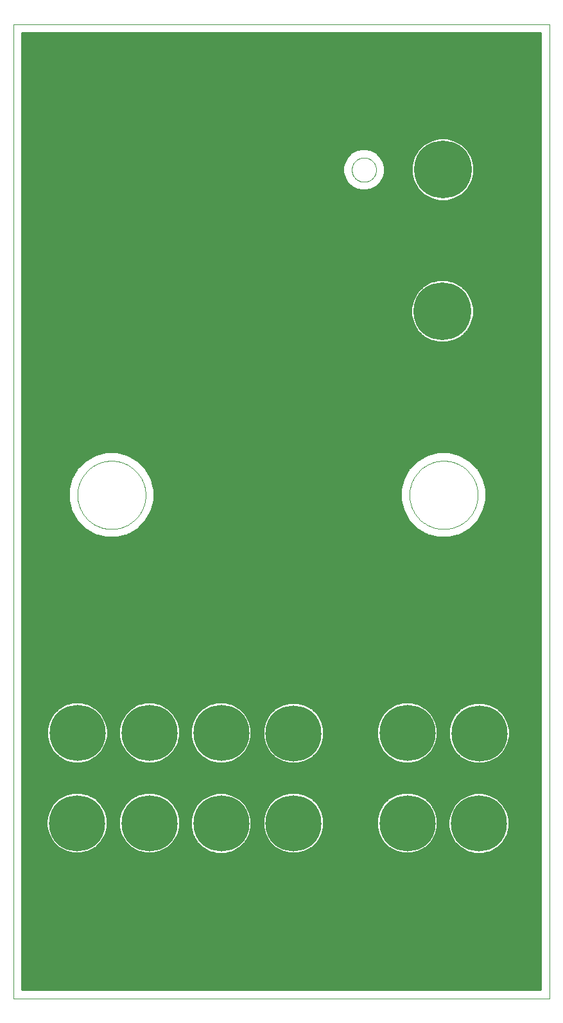
<source format=gbl>
G75*
%MOIN*%
%OFA0B0*%
%FSLAX25Y25*%
%IPPOS*%
%LPD*%
%AMOC8*
5,1,8,0,0,1.08239X$1,22.5*
%
%ADD10C,0.00039*%
%ADD11C,0.00000*%
%ADD12C,0.29984*%
%ADD13C,0.29098*%
%ADD14C,0.01200*%
D10*
X0003246Y0005215D02*
X0281543Y0005215D01*
X0281543Y0511120D01*
X0003246Y0511120D01*
X0003246Y0005215D01*
D11*
X0036464Y0266780D02*
X0036469Y0267215D01*
X0036485Y0267649D01*
X0036512Y0268083D01*
X0036549Y0268517D01*
X0036597Y0268949D01*
X0036656Y0269380D01*
X0036725Y0269809D01*
X0036804Y0270236D01*
X0036894Y0270662D01*
X0036995Y0271085D01*
X0037106Y0271505D01*
X0037227Y0271923D01*
X0037358Y0272337D01*
X0037500Y0272749D01*
X0037651Y0273156D01*
X0037813Y0273560D01*
X0037984Y0273960D01*
X0038165Y0274355D01*
X0038356Y0274746D01*
X0038556Y0275132D01*
X0038766Y0275513D01*
X0038985Y0275888D01*
X0039213Y0276259D01*
X0039450Y0276623D01*
X0039696Y0276982D01*
X0039951Y0277334D01*
X0040214Y0277680D01*
X0040486Y0278020D01*
X0040766Y0278352D01*
X0041054Y0278678D01*
X0041350Y0278997D01*
X0041653Y0279308D01*
X0041964Y0279611D01*
X0042283Y0279907D01*
X0042609Y0280195D01*
X0042941Y0280475D01*
X0043281Y0280747D01*
X0043627Y0281010D01*
X0043979Y0281265D01*
X0044338Y0281511D01*
X0044702Y0281748D01*
X0045073Y0281976D01*
X0045448Y0282195D01*
X0045829Y0282405D01*
X0046215Y0282605D01*
X0046606Y0282796D01*
X0047001Y0282977D01*
X0047401Y0283148D01*
X0047805Y0283310D01*
X0048212Y0283461D01*
X0048624Y0283603D01*
X0049038Y0283734D01*
X0049456Y0283855D01*
X0049876Y0283966D01*
X0050299Y0284067D01*
X0050725Y0284157D01*
X0051152Y0284236D01*
X0051581Y0284305D01*
X0052012Y0284364D01*
X0052444Y0284412D01*
X0052878Y0284449D01*
X0053312Y0284476D01*
X0053746Y0284492D01*
X0054181Y0284497D01*
X0054616Y0284492D01*
X0055050Y0284476D01*
X0055484Y0284449D01*
X0055918Y0284412D01*
X0056350Y0284364D01*
X0056781Y0284305D01*
X0057210Y0284236D01*
X0057637Y0284157D01*
X0058063Y0284067D01*
X0058486Y0283966D01*
X0058906Y0283855D01*
X0059324Y0283734D01*
X0059738Y0283603D01*
X0060150Y0283461D01*
X0060557Y0283310D01*
X0060961Y0283148D01*
X0061361Y0282977D01*
X0061756Y0282796D01*
X0062147Y0282605D01*
X0062533Y0282405D01*
X0062914Y0282195D01*
X0063289Y0281976D01*
X0063660Y0281748D01*
X0064024Y0281511D01*
X0064383Y0281265D01*
X0064735Y0281010D01*
X0065081Y0280747D01*
X0065421Y0280475D01*
X0065753Y0280195D01*
X0066079Y0279907D01*
X0066398Y0279611D01*
X0066709Y0279308D01*
X0067012Y0278997D01*
X0067308Y0278678D01*
X0067596Y0278352D01*
X0067876Y0278020D01*
X0068148Y0277680D01*
X0068411Y0277334D01*
X0068666Y0276982D01*
X0068912Y0276623D01*
X0069149Y0276259D01*
X0069377Y0275888D01*
X0069596Y0275513D01*
X0069806Y0275132D01*
X0070006Y0274746D01*
X0070197Y0274355D01*
X0070378Y0273960D01*
X0070549Y0273560D01*
X0070711Y0273156D01*
X0070862Y0272749D01*
X0071004Y0272337D01*
X0071135Y0271923D01*
X0071256Y0271505D01*
X0071367Y0271085D01*
X0071468Y0270662D01*
X0071558Y0270236D01*
X0071637Y0269809D01*
X0071706Y0269380D01*
X0071765Y0268949D01*
X0071813Y0268517D01*
X0071850Y0268083D01*
X0071877Y0267649D01*
X0071893Y0267215D01*
X0071898Y0266780D01*
X0071893Y0266345D01*
X0071877Y0265911D01*
X0071850Y0265477D01*
X0071813Y0265043D01*
X0071765Y0264611D01*
X0071706Y0264180D01*
X0071637Y0263751D01*
X0071558Y0263324D01*
X0071468Y0262898D01*
X0071367Y0262475D01*
X0071256Y0262055D01*
X0071135Y0261637D01*
X0071004Y0261223D01*
X0070862Y0260811D01*
X0070711Y0260404D01*
X0070549Y0260000D01*
X0070378Y0259600D01*
X0070197Y0259205D01*
X0070006Y0258814D01*
X0069806Y0258428D01*
X0069596Y0258047D01*
X0069377Y0257672D01*
X0069149Y0257301D01*
X0068912Y0256937D01*
X0068666Y0256578D01*
X0068411Y0256226D01*
X0068148Y0255880D01*
X0067876Y0255540D01*
X0067596Y0255208D01*
X0067308Y0254882D01*
X0067012Y0254563D01*
X0066709Y0254252D01*
X0066398Y0253949D01*
X0066079Y0253653D01*
X0065753Y0253365D01*
X0065421Y0253085D01*
X0065081Y0252813D01*
X0064735Y0252550D01*
X0064383Y0252295D01*
X0064024Y0252049D01*
X0063660Y0251812D01*
X0063289Y0251584D01*
X0062914Y0251365D01*
X0062533Y0251155D01*
X0062147Y0250955D01*
X0061756Y0250764D01*
X0061361Y0250583D01*
X0060961Y0250412D01*
X0060557Y0250250D01*
X0060150Y0250099D01*
X0059738Y0249957D01*
X0059324Y0249826D01*
X0058906Y0249705D01*
X0058486Y0249594D01*
X0058063Y0249493D01*
X0057637Y0249403D01*
X0057210Y0249324D01*
X0056781Y0249255D01*
X0056350Y0249196D01*
X0055918Y0249148D01*
X0055484Y0249111D01*
X0055050Y0249084D01*
X0054616Y0249068D01*
X0054181Y0249063D01*
X0053746Y0249068D01*
X0053312Y0249084D01*
X0052878Y0249111D01*
X0052444Y0249148D01*
X0052012Y0249196D01*
X0051581Y0249255D01*
X0051152Y0249324D01*
X0050725Y0249403D01*
X0050299Y0249493D01*
X0049876Y0249594D01*
X0049456Y0249705D01*
X0049038Y0249826D01*
X0048624Y0249957D01*
X0048212Y0250099D01*
X0047805Y0250250D01*
X0047401Y0250412D01*
X0047001Y0250583D01*
X0046606Y0250764D01*
X0046215Y0250955D01*
X0045829Y0251155D01*
X0045448Y0251365D01*
X0045073Y0251584D01*
X0044702Y0251812D01*
X0044338Y0252049D01*
X0043979Y0252295D01*
X0043627Y0252550D01*
X0043281Y0252813D01*
X0042941Y0253085D01*
X0042609Y0253365D01*
X0042283Y0253653D01*
X0041964Y0253949D01*
X0041653Y0254252D01*
X0041350Y0254563D01*
X0041054Y0254882D01*
X0040766Y0255208D01*
X0040486Y0255540D01*
X0040214Y0255880D01*
X0039951Y0256226D01*
X0039696Y0256578D01*
X0039450Y0256937D01*
X0039213Y0257301D01*
X0038985Y0257672D01*
X0038766Y0258047D01*
X0038556Y0258428D01*
X0038356Y0258814D01*
X0038165Y0259205D01*
X0037984Y0259600D01*
X0037813Y0260000D01*
X0037651Y0260404D01*
X0037500Y0260811D01*
X0037358Y0261223D01*
X0037227Y0261637D01*
X0037106Y0262055D01*
X0036995Y0262475D01*
X0036894Y0262898D01*
X0036804Y0263324D01*
X0036725Y0263751D01*
X0036656Y0264180D01*
X0036597Y0264611D01*
X0036549Y0265043D01*
X0036512Y0265477D01*
X0036485Y0265911D01*
X0036469Y0266345D01*
X0036464Y0266780D01*
X0178984Y0435677D02*
X0178986Y0435835D01*
X0178992Y0435993D01*
X0179002Y0436151D01*
X0179016Y0436309D01*
X0179034Y0436466D01*
X0179055Y0436623D01*
X0179081Y0436779D01*
X0179111Y0436935D01*
X0179144Y0437090D01*
X0179182Y0437243D01*
X0179223Y0437396D01*
X0179268Y0437548D01*
X0179317Y0437699D01*
X0179370Y0437848D01*
X0179426Y0437996D01*
X0179486Y0438142D01*
X0179550Y0438287D01*
X0179618Y0438430D01*
X0179689Y0438572D01*
X0179763Y0438712D01*
X0179841Y0438849D01*
X0179923Y0438985D01*
X0180007Y0439119D01*
X0180096Y0439250D01*
X0180187Y0439379D01*
X0180282Y0439506D01*
X0180379Y0439631D01*
X0180480Y0439753D01*
X0180584Y0439872D01*
X0180691Y0439989D01*
X0180801Y0440103D01*
X0180914Y0440214D01*
X0181029Y0440323D01*
X0181147Y0440428D01*
X0181268Y0440530D01*
X0181391Y0440630D01*
X0181517Y0440726D01*
X0181645Y0440819D01*
X0181775Y0440909D01*
X0181908Y0440995D01*
X0182043Y0441079D01*
X0182179Y0441158D01*
X0182318Y0441235D01*
X0182459Y0441307D01*
X0182601Y0441377D01*
X0182745Y0441442D01*
X0182891Y0441504D01*
X0183038Y0441562D01*
X0183187Y0441617D01*
X0183337Y0441668D01*
X0183488Y0441715D01*
X0183640Y0441758D01*
X0183793Y0441797D01*
X0183948Y0441833D01*
X0184103Y0441864D01*
X0184259Y0441892D01*
X0184415Y0441916D01*
X0184572Y0441936D01*
X0184730Y0441952D01*
X0184887Y0441964D01*
X0185046Y0441972D01*
X0185204Y0441976D01*
X0185362Y0441976D01*
X0185520Y0441972D01*
X0185679Y0441964D01*
X0185836Y0441952D01*
X0185994Y0441936D01*
X0186151Y0441916D01*
X0186307Y0441892D01*
X0186463Y0441864D01*
X0186618Y0441833D01*
X0186773Y0441797D01*
X0186926Y0441758D01*
X0187078Y0441715D01*
X0187229Y0441668D01*
X0187379Y0441617D01*
X0187528Y0441562D01*
X0187675Y0441504D01*
X0187821Y0441442D01*
X0187965Y0441377D01*
X0188107Y0441307D01*
X0188248Y0441235D01*
X0188387Y0441158D01*
X0188523Y0441079D01*
X0188658Y0440995D01*
X0188791Y0440909D01*
X0188921Y0440819D01*
X0189049Y0440726D01*
X0189175Y0440630D01*
X0189298Y0440530D01*
X0189419Y0440428D01*
X0189537Y0440323D01*
X0189652Y0440214D01*
X0189765Y0440103D01*
X0189875Y0439989D01*
X0189982Y0439872D01*
X0190086Y0439753D01*
X0190187Y0439631D01*
X0190284Y0439506D01*
X0190379Y0439379D01*
X0190470Y0439250D01*
X0190559Y0439119D01*
X0190643Y0438985D01*
X0190725Y0438849D01*
X0190803Y0438712D01*
X0190877Y0438572D01*
X0190948Y0438430D01*
X0191016Y0438287D01*
X0191080Y0438142D01*
X0191140Y0437996D01*
X0191196Y0437848D01*
X0191249Y0437699D01*
X0191298Y0437548D01*
X0191343Y0437396D01*
X0191384Y0437243D01*
X0191422Y0437090D01*
X0191455Y0436935D01*
X0191485Y0436779D01*
X0191511Y0436623D01*
X0191532Y0436466D01*
X0191550Y0436309D01*
X0191564Y0436151D01*
X0191574Y0435993D01*
X0191580Y0435835D01*
X0191582Y0435677D01*
X0191580Y0435519D01*
X0191574Y0435361D01*
X0191564Y0435203D01*
X0191550Y0435045D01*
X0191532Y0434888D01*
X0191511Y0434731D01*
X0191485Y0434575D01*
X0191455Y0434419D01*
X0191422Y0434264D01*
X0191384Y0434111D01*
X0191343Y0433958D01*
X0191298Y0433806D01*
X0191249Y0433655D01*
X0191196Y0433506D01*
X0191140Y0433358D01*
X0191080Y0433212D01*
X0191016Y0433067D01*
X0190948Y0432924D01*
X0190877Y0432782D01*
X0190803Y0432642D01*
X0190725Y0432505D01*
X0190643Y0432369D01*
X0190559Y0432235D01*
X0190470Y0432104D01*
X0190379Y0431975D01*
X0190284Y0431848D01*
X0190187Y0431723D01*
X0190086Y0431601D01*
X0189982Y0431482D01*
X0189875Y0431365D01*
X0189765Y0431251D01*
X0189652Y0431140D01*
X0189537Y0431031D01*
X0189419Y0430926D01*
X0189298Y0430824D01*
X0189175Y0430724D01*
X0189049Y0430628D01*
X0188921Y0430535D01*
X0188791Y0430445D01*
X0188658Y0430359D01*
X0188523Y0430275D01*
X0188387Y0430196D01*
X0188248Y0430119D01*
X0188107Y0430047D01*
X0187965Y0429977D01*
X0187821Y0429912D01*
X0187675Y0429850D01*
X0187528Y0429792D01*
X0187379Y0429737D01*
X0187229Y0429686D01*
X0187078Y0429639D01*
X0186926Y0429596D01*
X0186773Y0429557D01*
X0186618Y0429521D01*
X0186463Y0429490D01*
X0186307Y0429462D01*
X0186151Y0429438D01*
X0185994Y0429418D01*
X0185836Y0429402D01*
X0185679Y0429390D01*
X0185520Y0429382D01*
X0185362Y0429378D01*
X0185204Y0429378D01*
X0185046Y0429382D01*
X0184887Y0429390D01*
X0184730Y0429402D01*
X0184572Y0429418D01*
X0184415Y0429438D01*
X0184259Y0429462D01*
X0184103Y0429490D01*
X0183948Y0429521D01*
X0183793Y0429557D01*
X0183640Y0429596D01*
X0183488Y0429639D01*
X0183337Y0429686D01*
X0183187Y0429737D01*
X0183038Y0429792D01*
X0182891Y0429850D01*
X0182745Y0429912D01*
X0182601Y0429977D01*
X0182459Y0430047D01*
X0182318Y0430119D01*
X0182179Y0430196D01*
X0182043Y0430275D01*
X0181908Y0430359D01*
X0181775Y0430445D01*
X0181645Y0430535D01*
X0181517Y0430628D01*
X0181391Y0430724D01*
X0181268Y0430824D01*
X0181147Y0430926D01*
X0181029Y0431031D01*
X0180914Y0431140D01*
X0180801Y0431251D01*
X0180691Y0431365D01*
X0180584Y0431482D01*
X0180480Y0431601D01*
X0180379Y0431723D01*
X0180282Y0431848D01*
X0180187Y0431975D01*
X0180096Y0432104D01*
X0180007Y0432235D01*
X0179923Y0432369D01*
X0179841Y0432505D01*
X0179763Y0432642D01*
X0179689Y0432782D01*
X0179618Y0432924D01*
X0179550Y0433067D01*
X0179486Y0433212D01*
X0179426Y0433358D01*
X0179370Y0433506D01*
X0179317Y0433655D01*
X0179268Y0433806D01*
X0179223Y0433958D01*
X0179182Y0434111D01*
X0179144Y0434264D01*
X0179111Y0434419D01*
X0179081Y0434575D01*
X0179055Y0434731D01*
X0179034Y0434888D01*
X0179016Y0435045D01*
X0179002Y0435203D01*
X0178992Y0435361D01*
X0178986Y0435519D01*
X0178984Y0435677D01*
X0208905Y0266780D02*
X0208910Y0267215D01*
X0208926Y0267649D01*
X0208953Y0268083D01*
X0208990Y0268517D01*
X0209038Y0268949D01*
X0209097Y0269380D01*
X0209166Y0269809D01*
X0209245Y0270236D01*
X0209335Y0270662D01*
X0209436Y0271085D01*
X0209547Y0271505D01*
X0209668Y0271923D01*
X0209799Y0272337D01*
X0209941Y0272749D01*
X0210092Y0273156D01*
X0210254Y0273560D01*
X0210425Y0273960D01*
X0210606Y0274355D01*
X0210797Y0274746D01*
X0210997Y0275132D01*
X0211207Y0275513D01*
X0211426Y0275888D01*
X0211654Y0276259D01*
X0211891Y0276623D01*
X0212137Y0276982D01*
X0212392Y0277334D01*
X0212655Y0277680D01*
X0212927Y0278020D01*
X0213207Y0278352D01*
X0213495Y0278678D01*
X0213791Y0278997D01*
X0214094Y0279308D01*
X0214405Y0279611D01*
X0214724Y0279907D01*
X0215050Y0280195D01*
X0215382Y0280475D01*
X0215722Y0280747D01*
X0216068Y0281010D01*
X0216420Y0281265D01*
X0216779Y0281511D01*
X0217143Y0281748D01*
X0217514Y0281976D01*
X0217889Y0282195D01*
X0218270Y0282405D01*
X0218656Y0282605D01*
X0219047Y0282796D01*
X0219442Y0282977D01*
X0219842Y0283148D01*
X0220246Y0283310D01*
X0220653Y0283461D01*
X0221065Y0283603D01*
X0221479Y0283734D01*
X0221897Y0283855D01*
X0222317Y0283966D01*
X0222740Y0284067D01*
X0223166Y0284157D01*
X0223593Y0284236D01*
X0224022Y0284305D01*
X0224453Y0284364D01*
X0224885Y0284412D01*
X0225319Y0284449D01*
X0225753Y0284476D01*
X0226187Y0284492D01*
X0226622Y0284497D01*
X0227057Y0284492D01*
X0227491Y0284476D01*
X0227925Y0284449D01*
X0228359Y0284412D01*
X0228791Y0284364D01*
X0229222Y0284305D01*
X0229651Y0284236D01*
X0230078Y0284157D01*
X0230504Y0284067D01*
X0230927Y0283966D01*
X0231347Y0283855D01*
X0231765Y0283734D01*
X0232179Y0283603D01*
X0232591Y0283461D01*
X0232998Y0283310D01*
X0233402Y0283148D01*
X0233802Y0282977D01*
X0234197Y0282796D01*
X0234588Y0282605D01*
X0234974Y0282405D01*
X0235355Y0282195D01*
X0235730Y0281976D01*
X0236101Y0281748D01*
X0236465Y0281511D01*
X0236824Y0281265D01*
X0237176Y0281010D01*
X0237522Y0280747D01*
X0237862Y0280475D01*
X0238194Y0280195D01*
X0238520Y0279907D01*
X0238839Y0279611D01*
X0239150Y0279308D01*
X0239453Y0278997D01*
X0239749Y0278678D01*
X0240037Y0278352D01*
X0240317Y0278020D01*
X0240589Y0277680D01*
X0240852Y0277334D01*
X0241107Y0276982D01*
X0241353Y0276623D01*
X0241590Y0276259D01*
X0241818Y0275888D01*
X0242037Y0275513D01*
X0242247Y0275132D01*
X0242447Y0274746D01*
X0242638Y0274355D01*
X0242819Y0273960D01*
X0242990Y0273560D01*
X0243152Y0273156D01*
X0243303Y0272749D01*
X0243445Y0272337D01*
X0243576Y0271923D01*
X0243697Y0271505D01*
X0243808Y0271085D01*
X0243909Y0270662D01*
X0243999Y0270236D01*
X0244078Y0269809D01*
X0244147Y0269380D01*
X0244206Y0268949D01*
X0244254Y0268517D01*
X0244291Y0268083D01*
X0244318Y0267649D01*
X0244334Y0267215D01*
X0244339Y0266780D01*
X0244334Y0266345D01*
X0244318Y0265911D01*
X0244291Y0265477D01*
X0244254Y0265043D01*
X0244206Y0264611D01*
X0244147Y0264180D01*
X0244078Y0263751D01*
X0243999Y0263324D01*
X0243909Y0262898D01*
X0243808Y0262475D01*
X0243697Y0262055D01*
X0243576Y0261637D01*
X0243445Y0261223D01*
X0243303Y0260811D01*
X0243152Y0260404D01*
X0242990Y0260000D01*
X0242819Y0259600D01*
X0242638Y0259205D01*
X0242447Y0258814D01*
X0242247Y0258428D01*
X0242037Y0258047D01*
X0241818Y0257672D01*
X0241590Y0257301D01*
X0241353Y0256937D01*
X0241107Y0256578D01*
X0240852Y0256226D01*
X0240589Y0255880D01*
X0240317Y0255540D01*
X0240037Y0255208D01*
X0239749Y0254882D01*
X0239453Y0254563D01*
X0239150Y0254252D01*
X0238839Y0253949D01*
X0238520Y0253653D01*
X0238194Y0253365D01*
X0237862Y0253085D01*
X0237522Y0252813D01*
X0237176Y0252550D01*
X0236824Y0252295D01*
X0236465Y0252049D01*
X0236101Y0251812D01*
X0235730Y0251584D01*
X0235355Y0251365D01*
X0234974Y0251155D01*
X0234588Y0250955D01*
X0234197Y0250764D01*
X0233802Y0250583D01*
X0233402Y0250412D01*
X0232998Y0250250D01*
X0232591Y0250099D01*
X0232179Y0249957D01*
X0231765Y0249826D01*
X0231347Y0249705D01*
X0230927Y0249594D01*
X0230504Y0249493D01*
X0230078Y0249403D01*
X0229651Y0249324D01*
X0229222Y0249255D01*
X0228791Y0249196D01*
X0228359Y0249148D01*
X0227925Y0249111D01*
X0227491Y0249084D01*
X0227057Y0249068D01*
X0226622Y0249063D01*
X0226187Y0249068D01*
X0225753Y0249084D01*
X0225319Y0249111D01*
X0224885Y0249148D01*
X0224453Y0249196D01*
X0224022Y0249255D01*
X0223593Y0249324D01*
X0223166Y0249403D01*
X0222740Y0249493D01*
X0222317Y0249594D01*
X0221897Y0249705D01*
X0221479Y0249826D01*
X0221065Y0249957D01*
X0220653Y0250099D01*
X0220246Y0250250D01*
X0219842Y0250412D01*
X0219442Y0250583D01*
X0219047Y0250764D01*
X0218656Y0250955D01*
X0218270Y0251155D01*
X0217889Y0251365D01*
X0217514Y0251584D01*
X0217143Y0251812D01*
X0216779Y0252049D01*
X0216420Y0252295D01*
X0216068Y0252550D01*
X0215722Y0252813D01*
X0215382Y0253085D01*
X0215050Y0253365D01*
X0214724Y0253653D01*
X0214405Y0253949D01*
X0214094Y0254252D01*
X0213791Y0254563D01*
X0213495Y0254882D01*
X0213207Y0255208D01*
X0212927Y0255540D01*
X0212655Y0255880D01*
X0212392Y0256226D01*
X0212137Y0256578D01*
X0211891Y0256937D01*
X0211654Y0257301D01*
X0211426Y0257672D01*
X0211207Y0258047D01*
X0210997Y0258428D01*
X0210797Y0258814D01*
X0210606Y0259205D01*
X0210425Y0259600D01*
X0210254Y0260000D01*
X0210092Y0260404D01*
X0209941Y0260811D01*
X0209799Y0261223D01*
X0209668Y0261637D01*
X0209547Y0262055D01*
X0209436Y0262475D01*
X0209335Y0262898D01*
X0209245Y0263324D01*
X0209166Y0263751D01*
X0209097Y0264180D01*
X0209038Y0264611D01*
X0208990Y0265043D01*
X0208953Y0265477D01*
X0208926Y0265911D01*
X0208910Y0266345D01*
X0208905Y0266780D01*
D12*
X0226081Y0362104D03*
X0226278Y0435726D03*
D13*
X0207774Y0143207D03*
X0207774Y0096356D03*
X0244978Y0096159D03*
X0245175Y0143010D03*
X0148719Y0143010D03*
X0148719Y0096356D03*
X0111120Y0096159D03*
X0111120Y0143207D03*
X0073915Y0143207D03*
X0073915Y0096356D03*
X0036317Y0096356D03*
X0036514Y0143207D03*
D14*
X0029809Y0128661D02*
X0007866Y0128661D01*
X0007866Y0127463D02*
X0033648Y0127463D01*
X0034414Y0127257D02*
X0030358Y0128344D01*
X0026721Y0130444D01*
X0023751Y0133414D01*
X0021651Y0137051D01*
X0007866Y0137051D01*
X0007866Y0138249D02*
X0021330Y0138249D01*
X0021651Y0137051D02*
X0020565Y0141107D01*
X0020565Y0145306D01*
X0021651Y0149363D01*
X0023751Y0153000D01*
X0026721Y0155969D01*
X0030358Y0158069D01*
X0034414Y0159156D01*
X0038614Y0159156D01*
X0042670Y0158069D01*
X0046307Y0155969D01*
X0049276Y0153000D01*
X0051376Y0149363D01*
X0052463Y0145306D01*
X0052463Y0141107D01*
X0051376Y0137051D01*
X0059053Y0137051D01*
X0061153Y0133414D01*
X0064122Y0130444D01*
X0067759Y0128344D01*
X0071816Y0127257D01*
X0076015Y0127257D01*
X0080072Y0128344D01*
X0083708Y0130444D01*
X0086678Y0133414D01*
X0088778Y0137051D01*
X0096258Y0137051D01*
X0098358Y0133414D01*
X0101327Y0130444D01*
X0104964Y0128344D01*
X0109020Y0127257D01*
X0113220Y0127257D01*
X0117276Y0128344D01*
X0120913Y0130444D01*
X0123883Y0133414D01*
X0125982Y0137051D01*
X0133803Y0137051D01*
X0133856Y0136854D02*
X0135956Y0133217D01*
X0138925Y0130247D01*
X0142562Y0128148D01*
X0146619Y0127061D01*
X0150818Y0127061D01*
X0154875Y0128148D01*
X0158512Y0130247D01*
X0161481Y0133217D01*
X0163581Y0136854D01*
X0164668Y0140910D01*
X0164668Y0145110D01*
X0163581Y0149166D01*
X0161481Y0152803D01*
X0158512Y0155772D01*
X0154875Y0157872D01*
X0150818Y0158959D01*
X0146619Y0158959D01*
X0142562Y0157872D01*
X0138925Y0155772D01*
X0135956Y0152803D01*
X0133856Y0149166D01*
X0132769Y0145110D01*
X0132769Y0140910D01*
X0133856Y0136854D01*
X0134434Y0135852D02*
X0125291Y0135852D01*
X0125982Y0137051D02*
X0127069Y0141107D01*
X0127069Y0145306D01*
X0125982Y0149363D01*
X0123883Y0153000D01*
X0120913Y0155969D01*
X0117276Y0158069D01*
X0113220Y0159156D01*
X0109020Y0159156D01*
X0104964Y0158069D01*
X0101327Y0155969D01*
X0098358Y0153000D01*
X0096258Y0149363D01*
X0095171Y0145306D01*
X0095171Y0141107D01*
X0096258Y0137051D01*
X0095937Y0138249D02*
X0089099Y0138249D01*
X0088778Y0137051D02*
X0089865Y0141107D01*
X0089865Y0145306D01*
X0088778Y0149363D01*
X0086678Y0153000D01*
X0083708Y0155969D01*
X0080072Y0158069D01*
X0076015Y0159156D01*
X0071816Y0159156D01*
X0067759Y0158069D01*
X0064122Y0155969D01*
X0061153Y0153000D01*
X0059053Y0149363D01*
X0057966Y0145306D01*
X0057966Y0141107D01*
X0059053Y0137051D01*
X0058732Y0138249D02*
X0051697Y0138249D01*
X0051376Y0137051D02*
X0049276Y0133414D01*
X0046307Y0130444D01*
X0042670Y0128344D01*
X0038614Y0127257D01*
X0034414Y0127257D01*
X0039380Y0127463D02*
X0071050Y0127463D01*
X0067210Y0128661D02*
X0043219Y0128661D01*
X0045295Y0129860D02*
X0065135Y0129860D01*
X0063508Y0131058D02*
X0046921Y0131058D01*
X0048119Y0132257D02*
X0062310Y0132257D01*
X0061129Y0133455D02*
X0049300Y0133455D01*
X0049992Y0134654D02*
X0060437Y0134654D01*
X0059745Y0135852D02*
X0050684Y0135852D01*
X0052018Y0139448D02*
X0058411Y0139448D01*
X0058090Y0140646D02*
X0052340Y0140646D01*
X0052463Y0141845D02*
X0057966Y0141845D01*
X0057966Y0143043D02*
X0052463Y0143043D01*
X0052463Y0144242D02*
X0057966Y0144242D01*
X0058002Y0145440D02*
X0052427Y0145440D01*
X0052106Y0146639D02*
X0058323Y0146639D01*
X0058644Y0147837D02*
X0051785Y0147837D01*
X0051464Y0149036D02*
X0058965Y0149036D01*
X0059556Y0150234D02*
X0050873Y0150234D01*
X0050181Y0151433D02*
X0060248Y0151433D01*
X0060940Y0152631D02*
X0049489Y0152631D01*
X0048446Y0153830D02*
X0061983Y0153830D01*
X0063182Y0155028D02*
X0047248Y0155028D01*
X0045860Y0156227D02*
X0064569Y0156227D01*
X0066645Y0157426D02*
X0043784Y0157426D01*
X0040599Y0158624D02*
X0069831Y0158624D01*
X0078000Y0158624D02*
X0107035Y0158624D01*
X0103849Y0157426D02*
X0081186Y0157426D01*
X0083262Y0156227D02*
X0101773Y0156227D01*
X0100386Y0155028D02*
X0084649Y0155028D01*
X0085848Y0153830D02*
X0099188Y0153830D01*
X0098145Y0152631D02*
X0086891Y0152631D01*
X0087582Y0151433D02*
X0097453Y0151433D01*
X0096761Y0150234D02*
X0088274Y0150234D01*
X0088865Y0149036D02*
X0096170Y0149036D01*
X0095849Y0147837D02*
X0089186Y0147837D01*
X0089508Y0146639D02*
X0095528Y0146639D01*
X0095207Y0145440D02*
X0089829Y0145440D01*
X0089865Y0144242D02*
X0095171Y0144242D01*
X0095171Y0143043D02*
X0089865Y0143043D01*
X0089865Y0141845D02*
X0095171Y0141845D01*
X0095294Y0140646D02*
X0089741Y0140646D01*
X0089420Y0139448D02*
X0095615Y0139448D01*
X0096950Y0135852D02*
X0088086Y0135852D01*
X0087394Y0134654D02*
X0097642Y0134654D01*
X0098333Y0133455D02*
X0086702Y0133455D01*
X0085521Y0132257D02*
X0099514Y0132257D01*
X0100713Y0131058D02*
X0084323Y0131058D01*
X0082696Y0129860D02*
X0102339Y0129860D01*
X0104415Y0128661D02*
X0080620Y0128661D01*
X0076781Y0127463D02*
X0108254Y0127463D01*
X0113986Y0127463D02*
X0145118Y0127463D01*
X0141673Y0128661D02*
X0117825Y0128661D01*
X0119901Y0129860D02*
X0139597Y0129860D01*
X0138114Y0131058D02*
X0121527Y0131058D01*
X0122726Y0132257D02*
X0136916Y0132257D01*
X0135818Y0133455D02*
X0123907Y0133455D01*
X0124599Y0134654D02*
X0135126Y0134654D01*
X0133482Y0138249D02*
X0126304Y0138249D01*
X0126625Y0139448D02*
X0133161Y0139448D01*
X0132840Y0140646D02*
X0126946Y0140646D01*
X0127069Y0141845D02*
X0132769Y0141845D01*
X0132769Y0143043D02*
X0127069Y0143043D01*
X0127069Y0144242D02*
X0132769Y0144242D01*
X0132858Y0145440D02*
X0127033Y0145440D01*
X0126712Y0146639D02*
X0133179Y0146639D01*
X0133500Y0147837D02*
X0126391Y0147837D01*
X0126070Y0149036D02*
X0133821Y0149036D01*
X0134473Y0150234D02*
X0125479Y0150234D01*
X0124787Y0151433D02*
X0135165Y0151433D01*
X0135857Y0152631D02*
X0124095Y0152631D01*
X0123052Y0153830D02*
X0136983Y0153830D01*
X0138182Y0155028D02*
X0121854Y0155028D01*
X0120467Y0156227D02*
X0139713Y0156227D01*
X0141789Y0157426D02*
X0118391Y0157426D01*
X0115205Y0158624D02*
X0145368Y0158624D01*
X0152069Y0158624D02*
X0203689Y0158624D01*
X0205674Y0159156D02*
X0201617Y0158069D01*
X0197981Y0155969D01*
X0195011Y0153000D01*
X0192911Y0149363D01*
X0191824Y0145306D01*
X0191824Y0141107D01*
X0192911Y0137051D01*
X0163634Y0137051D01*
X0163955Y0138249D02*
X0192590Y0138249D01*
X0192911Y0137051D02*
X0195011Y0133414D01*
X0197981Y0130444D01*
X0201617Y0128344D01*
X0205674Y0127257D01*
X0209873Y0127257D01*
X0213930Y0128344D01*
X0217567Y0130444D01*
X0220536Y0133414D01*
X0222636Y0137051D01*
X0230260Y0137051D01*
X0230313Y0136854D02*
X0232413Y0133217D01*
X0235382Y0130247D01*
X0239019Y0128148D01*
X0243075Y0127061D01*
X0247275Y0127061D01*
X0251331Y0128148D01*
X0254968Y0130247D01*
X0257938Y0133217D01*
X0260037Y0136854D01*
X0261124Y0140910D01*
X0261124Y0145110D01*
X0260037Y0149166D01*
X0257938Y0152803D01*
X0254968Y0155772D01*
X0251331Y0157872D01*
X0247275Y0158959D01*
X0243075Y0158959D01*
X0239019Y0157872D01*
X0235382Y0155772D01*
X0232413Y0152803D01*
X0230313Y0149166D01*
X0229226Y0145110D01*
X0229226Y0140910D01*
X0230313Y0136854D01*
X0230891Y0135852D02*
X0221944Y0135852D01*
X0221252Y0134654D02*
X0231583Y0134654D01*
X0232275Y0133455D02*
X0220560Y0133455D01*
X0219379Y0132257D02*
X0233373Y0132257D01*
X0234571Y0131058D02*
X0218181Y0131058D01*
X0216554Y0129860D02*
X0236053Y0129860D01*
X0238129Y0128661D02*
X0214479Y0128661D01*
X0210639Y0127463D02*
X0241575Y0127463D01*
X0248776Y0127463D02*
X0276924Y0127463D01*
X0276924Y0128661D02*
X0252221Y0128661D01*
X0254297Y0129860D02*
X0276924Y0129860D01*
X0276924Y0131058D02*
X0255779Y0131058D01*
X0256978Y0132257D02*
X0276924Y0132257D01*
X0276924Y0133455D02*
X0258075Y0133455D01*
X0258767Y0134654D02*
X0276924Y0134654D01*
X0276924Y0135852D02*
X0259459Y0135852D01*
X0260090Y0137051D02*
X0276924Y0137051D01*
X0276924Y0138249D02*
X0260411Y0138249D01*
X0260733Y0139448D02*
X0276924Y0139448D01*
X0276924Y0140646D02*
X0261054Y0140646D01*
X0261124Y0141845D02*
X0276924Y0141845D01*
X0276924Y0143043D02*
X0261124Y0143043D01*
X0261124Y0144242D02*
X0276924Y0144242D01*
X0276924Y0145440D02*
X0261036Y0145440D01*
X0260715Y0146639D02*
X0276924Y0146639D01*
X0276924Y0147837D02*
X0260393Y0147837D01*
X0260072Y0149036D02*
X0276924Y0149036D01*
X0276924Y0150234D02*
X0259421Y0150234D01*
X0258729Y0151433D02*
X0276924Y0151433D01*
X0276924Y0152631D02*
X0258037Y0152631D01*
X0256911Y0153830D02*
X0276924Y0153830D01*
X0276924Y0155028D02*
X0255712Y0155028D01*
X0254181Y0156227D02*
X0276924Y0156227D01*
X0276924Y0157426D02*
X0252105Y0157426D01*
X0248525Y0158624D02*
X0276924Y0158624D01*
X0276924Y0159823D02*
X0007866Y0159823D01*
X0007866Y0161021D02*
X0276924Y0161021D01*
X0276924Y0162220D02*
X0007866Y0162220D01*
X0007866Y0163418D02*
X0276924Y0163418D01*
X0276924Y0164617D02*
X0007866Y0164617D01*
X0007866Y0165815D02*
X0276924Y0165815D01*
X0276924Y0167014D02*
X0007866Y0167014D01*
X0007866Y0168212D02*
X0276924Y0168212D01*
X0276924Y0169411D02*
X0007866Y0169411D01*
X0007866Y0170609D02*
X0276924Y0170609D01*
X0276924Y0171808D02*
X0007866Y0171808D01*
X0007866Y0173006D02*
X0276924Y0173006D01*
X0276924Y0174205D02*
X0007866Y0174205D01*
X0007866Y0175403D02*
X0276924Y0175403D01*
X0276924Y0176602D02*
X0007866Y0176602D01*
X0007866Y0177800D02*
X0276924Y0177800D01*
X0276924Y0178999D02*
X0007866Y0178999D01*
X0007866Y0180197D02*
X0276924Y0180197D01*
X0276924Y0181396D02*
X0007866Y0181396D01*
X0007866Y0182594D02*
X0276924Y0182594D01*
X0276924Y0183793D02*
X0007866Y0183793D01*
X0007866Y0184991D02*
X0276924Y0184991D01*
X0276924Y0186190D02*
X0007866Y0186190D01*
X0007866Y0187388D02*
X0276924Y0187388D01*
X0276924Y0188587D02*
X0007866Y0188587D01*
X0007866Y0189785D02*
X0276924Y0189785D01*
X0276924Y0190984D02*
X0007866Y0190984D01*
X0007866Y0192182D02*
X0276924Y0192182D01*
X0276924Y0193381D02*
X0007866Y0193381D01*
X0007866Y0194579D02*
X0276924Y0194579D01*
X0276924Y0195778D02*
X0007866Y0195778D01*
X0007866Y0196976D02*
X0276924Y0196976D01*
X0276924Y0198175D02*
X0007866Y0198175D01*
X0007866Y0199373D02*
X0276924Y0199373D01*
X0276924Y0200572D02*
X0007866Y0200572D01*
X0007866Y0201770D02*
X0276924Y0201770D01*
X0276924Y0202969D02*
X0007866Y0202969D01*
X0007866Y0204167D02*
X0276924Y0204167D01*
X0276924Y0205366D02*
X0007866Y0205366D01*
X0007866Y0206564D02*
X0276924Y0206564D01*
X0276924Y0207763D02*
X0007866Y0207763D01*
X0007866Y0208961D02*
X0276924Y0208961D01*
X0276924Y0210160D02*
X0007866Y0210160D01*
X0007866Y0211359D02*
X0276924Y0211359D01*
X0276924Y0212557D02*
X0007866Y0212557D01*
X0007866Y0213756D02*
X0276924Y0213756D01*
X0276924Y0214954D02*
X0007866Y0214954D01*
X0007866Y0216153D02*
X0276924Y0216153D01*
X0276924Y0217351D02*
X0007866Y0217351D01*
X0007866Y0218550D02*
X0276924Y0218550D01*
X0276924Y0219748D02*
X0007866Y0219748D01*
X0007866Y0220947D02*
X0276924Y0220947D01*
X0276924Y0222145D02*
X0007866Y0222145D01*
X0007866Y0223344D02*
X0276924Y0223344D01*
X0276924Y0224542D02*
X0007866Y0224542D01*
X0007866Y0225741D02*
X0276924Y0225741D01*
X0276924Y0226939D02*
X0007866Y0226939D01*
X0007866Y0228138D02*
X0276924Y0228138D01*
X0276924Y0229336D02*
X0007866Y0229336D01*
X0007866Y0230535D02*
X0276924Y0230535D01*
X0276924Y0231733D02*
X0007866Y0231733D01*
X0007866Y0232932D02*
X0276924Y0232932D01*
X0276924Y0234130D02*
X0007866Y0234130D01*
X0007866Y0235329D02*
X0276924Y0235329D01*
X0276924Y0236527D02*
X0007866Y0236527D01*
X0007866Y0237726D02*
X0276924Y0237726D01*
X0276924Y0238924D02*
X0007866Y0238924D01*
X0007866Y0240123D02*
X0276924Y0240123D01*
X0276924Y0241321D02*
X0007866Y0241321D01*
X0007866Y0242520D02*
X0276924Y0242520D01*
X0276924Y0243718D02*
X0007866Y0243718D01*
X0007866Y0244917D02*
X0049549Y0244917D01*
X0051243Y0244463D02*
X0045567Y0245984D01*
X0040478Y0248922D01*
X0036323Y0253077D01*
X0033385Y0258166D01*
X0031865Y0263841D01*
X0031865Y0269718D01*
X0033385Y0275393D01*
X0036323Y0280482D01*
X0040478Y0284637D01*
X0045567Y0287575D01*
X0051243Y0289096D01*
X0057119Y0289096D01*
X0062795Y0287575D01*
X0067884Y0284637D01*
X0072039Y0280482D01*
X0074977Y0275393D01*
X0076498Y0269718D01*
X0076498Y0263841D01*
X0074977Y0258166D01*
X0072039Y0253077D01*
X0067884Y0248922D01*
X0062795Y0245984D01*
X0057119Y0244463D01*
X0051243Y0244463D01*
X0045339Y0246115D02*
X0007866Y0246115D01*
X0007866Y0247314D02*
X0043264Y0247314D01*
X0041188Y0248512D02*
X0007866Y0248512D01*
X0007866Y0249711D02*
X0039689Y0249711D01*
X0038491Y0250909D02*
X0007866Y0250909D01*
X0007866Y0252108D02*
X0037292Y0252108D01*
X0036191Y0253306D02*
X0007866Y0253306D01*
X0007866Y0254505D02*
X0035499Y0254505D01*
X0034807Y0255703D02*
X0007866Y0255703D01*
X0007866Y0256902D02*
X0034115Y0256902D01*
X0033423Y0258100D02*
X0007866Y0258100D01*
X0007866Y0259299D02*
X0033082Y0259299D01*
X0032761Y0260497D02*
X0007866Y0260497D01*
X0007866Y0261696D02*
X0032439Y0261696D01*
X0032118Y0262895D02*
X0007866Y0262895D01*
X0007866Y0264093D02*
X0031865Y0264093D01*
X0031865Y0265292D02*
X0007866Y0265292D01*
X0007866Y0266490D02*
X0031865Y0266490D01*
X0031865Y0267689D02*
X0007866Y0267689D01*
X0007866Y0268887D02*
X0031865Y0268887D01*
X0031963Y0270086D02*
X0007866Y0270086D01*
X0007866Y0271284D02*
X0032284Y0271284D01*
X0032605Y0272483D02*
X0007866Y0272483D01*
X0007866Y0273681D02*
X0032927Y0273681D01*
X0033248Y0274880D02*
X0007866Y0274880D01*
X0007866Y0276078D02*
X0033781Y0276078D01*
X0034473Y0277277D02*
X0007866Y0277277D01*
X0007866Y0278475D02*
X0035165Y0278475D01*
X0035857Y0279674D02*
X0007866Y0279674D01*
X0007866Y0280872D02*
X0036713Y0280872D01*
X0037912Y0282071D02*
X0007866Y0282071D01*
X0007866Y0283269D02*
X0039110Y0283269D01*
X0040309Y0284468D02*
X0007866Y0284468D01*
X0007866Y0285666D02*
X0042261Y0285666D01*
X0044337Y0286865D02*
X0007866Y0286865D01*
X0007866Y0288063D02*
X0047389Y0288063D01*
X0060974Y0288063D02*
X0219829Y0288063D01*
X0218008Y0287575D02*
X0212919Y0284637D01*
X0208764Y0280482D01*
X0205826Y0275393D01*
X0204306Y0269718D01*
X0204306Y0263841D01*
X0205826Y0258166D01*
X0208764Y0253077D01*
X0212919Y0248922D01*
X0218008Y0245984D01*
X0223684Y0244463D01*
X0229560Y0244463D01*
X0235236Y0245984D01*
X0240325Y0248922D01*
X0244480Y0253077D01*
X0247418Y0258166D01*
X0248939Y0263841D01*
X0248939Y0269718D01*
X0247418Y0275393D01*
X0244480Y0280482D01*
X0240325Y0284637D01*
X0235236Y0287575D01*
X0229560Y0289096D01*
X0223684Y0289096D01*
X0218008Y0287575D01*
X0216778Y0286865D02*
X0064026Y0286865D01*
X0066101Y0285666D02*
X0214702Y0285666D01*
X0212750Y0284468D02*
X0068053Y0284468D01*
X0069252Y0283269D02*
X0211551Y0283269D01*
X0210353Y0282071D02*
X0070450Y0282071D01*
X0071649Y0280872D02*
X0209154Y0280872D01*
X0208298Y0279674D02*
X0072506Y0279674D01*
X0073198Y0278475D02*
X0207606Y0278475D01*
X0206914Y0277277D02*
X0073890Y0277277D01*
X0074581Y0276078D02*
X0206222Y0276078D01*
X0205689Y0274880D02*
X0075114Y0274880D01*
X0075436Y0273681D02*
X0205368Y0273681D01*
X0205046Y0272483D02*
X0075757Y0272483D01*
X0076078Y0271284D02*
X0204725Y0271284D01*
X0204404Y0270086D02*
X0076399Y0270086D01*
X0076498Y0268887D02*
X0204306Y0268887D01*
X0204306Y0267689D02*
X0076498Y0267689D01*
X0076498Y0266490D02*
X0204306Y0266490D01*
X0204306Y0265292D02*
X0076498Y0265292D01*
X0076498Y0264093D02*
X0204306Y0264093D01*
X0204559Y0262895D02*
X0076244Y0262895D01*
X0075923Y0261696D02*
X0204880Y0261696D01*
X0205202Y0260497D02*
X0075602Y0260497D01*
X0075280Y0259299D02*
X0205523Y0259299D01*
X0205864Y0258100D02*
X0074939Y0258100D01*
X0074247Y0256902D02*
X0206556Y0256902D01*
X0207248Y0255703D02*
X0073555Y0255703D01*
X0072863Y0254505D02*
X0207940Y0254505D01*
X0208632Y0253306D02*
X0072171Y0253306D01*
X0071070Y0252108D02*
X0209733Y0252108D01*
X0210932Y0250909D02*
X0069871Y0250909D01*
X0068673Y0249711D02*
X0212130Y0249711D01*
X0213629Y0248512D02*
X0067175Y0248512D01*
X0065099Y0247314D02*
X0215704Y0247314D01*
X0217780Y0246115D02*
X0063023Y0246115D01*
X0058813Y0244917D02*
X0221990Y0244917D01*
X0231254Y0244917D02*
X0276924Y0244917D01*
X0276924Y0246115D02*
X0235464Y0246115D01*
X0237540Y0247314D02*
X0276924Y0247314D01*
X0276924Y0248512D02*
X0239615Y0248512D01*
X0241114Y0249711D02*
X0276924Y0249711D01*
X0276924Y0250909D02*
X0242312Y0250909D01*
X0243511Y0252108D02*
X0276924Y0252108D01*
X0276924Y0253306D02*
X0244612Y0253306D01*
X0245304Y0254505D02*
X0276924Y0254505D01*
X0276924Y0255703D02*
X0245996Y0255703D01*
X0246688Y0256902D02*
X0276924Y0256902D01*
X0276924Y0258100D02*
X0247380Y0258100D01*
X0247721Y0259299D02*
X0276924Y0259299D01*
X0276924Y0260497D02*
X0248043Y0260497D01*
X0248364Y0261696D02*
X0276924Y0261696D01*
X0276924Y0262895D02*
X0248685Y0262895D01*
X0248939Y0264093D02*
X0276924Y0264093D01*
X0276924Y0265292D02*
X0248939Y0265292D01*
X0248939Y0266490D02*
X0276924Y0266490D01*
X0276924Y0267689D02*
X0248939Y0267689D01*
X0248939Y0268887D02*
X0276924Y0268887D01*
X0276924Y0270086D02*
X0248840Y0270086D01*
X0248519Y0271284D02*
X0276924Y0271284D01*
X0276924Y0272483D02*
X0248198Y0272483D01*
X0247877Y0273681D02*
X0276924Y0273681D01*
X0276924Y0274880D02*
X0247555Y0274880D01*
X0247022Y0276078D02*
X0276924Y0276078D01*
X0276924Y0277277D02*
X0246330Y0277277D01*
X0245638Y0278475D02*
X0276924Y0278475D01*
X0276924Y0279674D02*
X0244947Y0279674D01*
X0244090Y0280872D02*
X0276924Y0280872D01*
X0276924Y0282071D02*
X0242891Y0282071D01*
X0241693Y0283269D02*
X0276924Y0283269D01*
X0276924Y0284468D02*
X0240494Y0284468D01*
X0238542Y0285666D02*
X0276924Y0285666D01*
X0276924Y0286865D02*
X0236467Y0286865D01*
X0233415Y0288063D02*
X0276924Y0288063D01*
X0276924Y0289262D02*
X0007866Y0289262D01*
X0007866Y0290460D02*
X0276924Y0290460D01*
X0276924Y0291659D02*
X0007866Y0291659D01*
X0007866Y0292857D02*
X0276924Y0292857D01*
X0276924Y0294056D02*
X0007866Y0294056D01*
X0007866Y0295254D02*
X0276924Y0295254D01*
X0276924Y0296453D02*
X0007866Y0296453D01*
X0007866Y0297651D02*
X0276924Y0297651D01*
X0276924Y0298850D02*
X0007866Y0298850D01*
X0007866Y0300048D02*
X0276924Y0300048D01*
X0276924Y0301247D02*
X0007866Y0301247D01*
X0007866Y0302445D02*
X0276924Y0302445D01*
X0276924Y0303644D02*
X0007866Y0303644D01*
X0007866Y0304842D02*
X0276924Y0304842D01*
X0276924Y0306041D02*
X0007866Y0306041D01*
X0007866Y0307239D02*
X0276924Y0307239D01*
X0276924Y0308438D02*
X0007866Y0308438D01*
X0007866Y0309636D02*
X0276924Y0309636D01*
X0276924Y0310835D02*
X0007866Y0310835D01*
X0007866Y0312033D02*
X0276924Y0312033D01*
X0276924Y0313232D02*
X0007866Y0313232D01*
X0007866Y0314430D02*
X0276924Y0314430D01*
X0276924Y0315629D02*
X0007866Y0315629D01*
X0007866Y0316828D02*
X0276924Y0316828D01*
X0276924Y0318026D02*
X0007866Y0318026D01*
X0007866Y0319225D02*
X0276924Y0319225D01*
X0276924Y0320423D02*
X0007866Y0320423D01*
X0007866Y0321622D02*
X0276924Y0321622D01*
X0276924Y0322820D02*
X0007866Y0322820D01*
X0007866Y0324019D02*
X0276924Y0324019D01*
X0276924Y0325217D02*
X0007866Y0325217D01*
X0007866Y0326416D02*
X0276924Y0326416D01*
X0276924Y0327614D02*
X0007866Y0327614D01*
X0007866Y0328813D02*
X0276924Y0328813D01*
X0276924Y0330011D02*
X0007866Y0330011D01*
X0007866Y0331210D02*
X0276924Y0331210D01*
X0276924Y0332408D02*
X0007866Y0332408D01*
X0007866Y0333607D02*
X0276924Y0333607D01*
X0276924Y0334805D02*
X0007866Y0334805D01*
X0007866Y0336004D02*
X0276924Y0336004D01*
X0276924Y0337202D02*
X0007866Y0337202D01*
X0007866Y0338401D02*
X0276924Y0338401D01*
X0276924Y0339599D02*
X0007866Y0339599D01*
X0007866Y0340798D02*
X0276924Y0340798D01*
X0276924Y0341996D02*
X0007866Y0341996D01*
X0007866Y0343195D02*
X0276924Y0343195D01*
X0276924Y0344393D02*
X0007866Y0344393D01*
X0007866Y0345592D02*
X0276924Y0345592D01*
X0276924Y0346790D02*
X0232262Y0346790D01*
X0232408Y0346829D02*
X0236146Y0348987D01*
X0239198Y0352039D01*
X0241356Y0355777D01*
X0242473Y0359946D01*
X0242473Y0364262D01*
X0241356Y0368431D01*
X0239198Y0372169D01*
X0236146Y0375221D01*
X0232408Y0377379D01*
X0228239Y0378496D01*
X0223923Y0378496D01*
X0219754Y0377379D01*
X0216016Y0375221D01*
X0212964Y0372169D01*
X0210806Y0368431D01*
X0209689Y0364262D01*
X0209689Y0359946D01*
X0210806Y0355777D01*
X0212964Y0352039D01*
X0216016Y0348987D01*
X0219754Y0346829D01*
X0223923Y0345712D01*
X0228239Y0345712D01*
X0232408Y0346829D01*
X0234416Y0347989D02*
X0276924Y0347989D01*
X0276924Y0349187D02*
X0236346Y0349187D01*
X0237544Y0350386D02*
X0276924Y0350386D01*
X0276924Y0351584D02*
X0238743Y0351584D01*
X0239627Y0352783D02*
X0276924Y0352783D01*
X0276924Y0353981D02*
X0240319Y0353981D01*
X0241011Y0355180D02*
X0276924Y0355180D01*
X0276924Y0356378D02*
X0241517Y0356378D01*
X0241838Y0357577D02*
X0276924Y0357577D01*
X0276924Y0358775D02*
X0242159Y0358775D01*
X0242473Y0359974D02*
X0276924Y0359974D01*
X0276924Y0361172D02*
X0242473Y0361172D01*
X0242473Y0362371D02*
X0276924Y0362371D01*
X0276924Y0363569D02*
X0242473Y0363569D01*
X0242337Y0364768D02*
X0276924Y0364768D01*
X0276924Y0365966D02*
X0242016Y0365966D01*
X0241695Y0367165D02*
X0276924Y0367165D01*
X0276924Y0368363D02*
X0241374Y0368363D01*
X0240703Y0369562D02*
X0276924Y0369562D01*
X0276924Y0370761D02*
X0240011Y0370761D01*
X0239319Y0371959D02*
X0276924Y0371959D01*
X0276924Y0373158D02*
X0238209Y0373158D01*
X0237011Y0374356D02*
X0276924Y0374356D01*
X0276924Y0375555D02*
X0235568Y0375555D01*
X0233493Y0376753D02*
X0276924Y0376753D01*
X0276924Y0377952D02*
X0230272Y0377952D01*
X0221889Y0377952D02*
X0007866Y0377952D01*
X0007866Y0379150D02*
X0276924Y0379150D01*
X0276924Y0380349D02*
X0007866Y0380349D01*
X0007866Y0381547D02*
X0276924Y0381547D01*
X0276924Y0382746D02*
X0007866Y0382746D01*
X0007866Y0383944D02*
X0276924Y0383944D01*
X0276924Y0385143D02*
X0007866Y0385143D01*
X0007866Y0386341D02*
X0276924Y0386341D01*
X0276924Y0387540D02*
X0007866Y0387540D01*
X0007866Y0388738D02*
X0276924Y0388738D01*
X0276924Y0389937D02*
X0007866Y0389937D01*
X0007866Y0391135D02*
X0276924Y0391135D01*
X0276924Y0392334D02*
X0007866Y0392334D01*
X0007866Y0393532D02*
X0276924Y0393532D01*
X0276924Y0394731D02*
X0007866Y0394731D01*
X0007866Y0395929D02*
X0276924Y0395929D01*
X0276924Y0397128D02*
X0007866Y0397128D01*
X0007866Y0398326D02*
X0276924Y0398326D01*
X0276924Y0399525D02*
X0007866Y0399525D01*
X0007866Y0400723D02*
X0276924Y0400723D01*
X0276924Y0401922D02*
X0007866Y0401922D01*
X0007866Y0403120D02*
X0276924Y0403120D01*
X0276924Y0404319D02*
X0007866Y0404319D01*
X0007866Y0405517D02*
X0276924Y0405517D01*
X0276924Y0406716D02*
X0007866Y0406716D01*
X0007866Y0407914D02*
X0276924Y0407914D01*
X0276924Y0409113D02*
X0007866Y0409113D01*
X0007866Y0410311D02*
X0276924Y0410311D01*
X0276924Y0411510D02*
X0007866Y0411510D01*
X0007866Y0412708D02*
X0276924Y0412708D01*
X0276924Y0413907D02*
X0007866Y0413907D01*
X0007866Y0415105D02*
X0276924Y0415105D01*
X0276924Y0416304D02*
X0007866Y0416304D01*
X0007866Y0417502D02*
X0276924Y0417502D01*
X0276924Y0418701D02*
X0007866Y0418701D01*
X0007866Y0419899D02*
X0222010Y0419899D01*
X0219950Y0420451D02*
X0224119Y0419334D01*
X0228436Y0419334D01*
X0232605Y0420451D01*
X0236343Y0422609D01*
X0239395Y0425661D01*
X0241553Y0429399D01*
X0242670Y0433568D01*
X0242670Y0437884D01*
X0241553Y0442053D01*
X0239395Y0445791D01*
X0236343Y0448843D01*
X0232605Y0451001D01*
X0228436Y0452118D01*
X0224119Y0452118D01*
X0219950Y0451001D01*
X0216213Y0448843D01*
X0213161Y0445791D01*
X0211003Y0442053D01*
X0209885Y0437884D01*
X0209885Y0433568D01*
X0211003Y0429399D01*
X0213161Y0425661D01*
X0216213Y0422609D01*
X0219950Y0420451D01*
X0218830Y0421098D02*
X0007866Y0421098D01*
X0007866Y0422297D02*
X0216755Y0422297D01*
X0215327Y0423495D02*
X0007866Y0423495D01*
X0007866Y0424694D02*
X0214128Y0424694D01*
X0213027Y0425892D02*
X0190134Y0425892D01*
X0189490Y0425521D02*
X0191976Y0426956D01*
X0194005Y0428985D01*
X0195440Y0431470D01*
X0196183Y0434242D01*
X0196183Y0437112D01*
X0195440Y0439884D01*
X0194005Y0442369D01*
X0191976Y0444399D01*
X0189490Y0445834D01*
X0186718Y0446576D01*
X0183849Y0446576D01*
X0181077Y0445834D01*
X0178591Y0444399D01*
X0176562Y0442369D01*
X0175127Y0439884D01*
X0174384Y0437112D01*
X0174384Y0434242D01*
X0175127Y0431470D01*
X0176562Y0428985D01*
X0178591Y0426956D01*
X0181077Y0425521D01*
X0183849Y0424778D01*
X0186718Y0424778D01*
X0189490Y0425521D01*
X0192111Y0427091D02*
X0212335Y0427091D01*
X0211643Y0428289D02*
X0193309Y0428289D01*
X0194295Y0429488D02*
X0210979Y0429488D01*
X0210658Y0430686D02*
X0194987Y0430686D01*
X0195551Y0431885D02*
X0210337Y0431885D01*
X0210015Y0433083D02*
X0195872Y0433083D01*
X0196183Y0434282D02*
X0209885Y0434282D01*
X0209885Y0435480D02*
X0196183Y0435480D01*
X0196183Y0436679D02*
X0209885Y0436679D01*
X0209885Y0437877D02*
X0195978Y0437877D01*
X0195657Y0439076D02*
X0210205Y0439076D01*
X0210526Y0440274D02*
X0195215Y0440274D01*
X0194523Y0441473D02*
X0210847Y0441473D01*
X0211359Y0442671D02*
X0193703Y0442671D01*
X0192505Y0443870D02*
X0212051Y0443870D01*
X0212743Y0445068D02*
X0190816Y0445068D01*
X0187874Y0446267D02*
X0213636Y0446267D01*
X0214834Y0447465D02*
X0007866Y0447465D01*
X0007866Y0446267D02*
X0182693Y0446267D01*
X0179751Y0445068D02*
X0007866Y0445068D01*
X0007866Y0443870D02*
X0178062Y0443870D01*
X0176864Y0442671D02*
X0007866Y0442671D01*
X0007866Y0441473D02*
X0176044Y0441473D01*
X0175352Y0440274D02*
X0007866Y0440274D01*
X0007866Y0439076D02*
X0174910Y0439076D01*
X0174589Y0437877D02*
X0007866Y0437877D01*
X0007866Y0436679D02*
X0174384Y0436679D01*
X0174384Y0435480D02*
X0007866Y0435480D01*
X0007866Y0434282D02*
X0174384Y0434282D01*
X0174695Y0433083D02*
X0007866Y0433083D01*
X0007866Y0431885D02*
X0175016Y0431885D01*
X0175580Y0430686D02*
X0007866Y0430686D01*
X0007866Y0429488D02*
X0176272Y0429488D01*
X0177258Y0428289D02*
X0007866Y0428289D01*
X0007866Y0427091D02*
X0178456Y0427091D01*
X0180433Y0425892D02*
X0007866Y0425892D01*
X0007866Y0448664D02*
X0216033Y0448664D01*
X0217977Y0449862D02*
X0007866Y0449862D01*
X0007866Y0451061D02*
X0220172Y0451061D01*
X0232383Y0451061D02*
X0276924Y0451061D01*
X0276924Y0452259D02*
X0007866Y0452259D01*
X0007866Y0453458D02*
X0276924Y0453458D01*
X0276924Y0454656D02*
X0007866Y0454656D01*
X0007866Y0455855D02*
X0276924Y0455855D01*
X0276924Y0457053D02*
X0007866Y0457053D01*
X0007866Y0458252D02*
X0276924Y0458252D01*
X0276924Y0459450D02*
X0007866Y0459450D01*
X0007866Y0460649D02*
X0276924Y0460649D01*
X0276924Y0461847D02*
X0007866Y0461847D01*
X0007866Y0463046D02*
X0276924Y0463046D01*
X0276924Y0464244D02*
X0007866Y0464244D01*
X0007866Y0465443D02*
X0276924Y0465443D01*
X0276924Y0466641D02*
X0007866Y0466641D01*
X0007866Y0467840D02*
X0276924Y0467840D01*
X0276924Y0469038D02*
X0007866Y0469038D01*
X0007866Y0470237D02*
X0276924Y0470237D01*
X0276924Y0471435D02*
X0007866Y0471435D01*
X0007866Y0472634D02*
X0276924Y0472634D01*
X0276924Y0473832D02*
X0007866Y0473832D01*
X0007866Y0475031D02*
X0276924Y0475031D01*
X0276924Y0476230D02*
X0007866Y0476230D01*
X0007866Y0477428D02*
X0276924Y0477428D01*
X0276924Y0478627D02*
X0007866Y0478627D01*
X0007866Y0479825D02*
X0276924Y0479825D01*
X0276924Y0481024D02*
X0007866Y0481024D01*
X0007866Y0482222D02*
X0276924Y0482222D01*
X0276924Y0483421D02*
X0007866Y0483421D01*
X0007866Y0484619D02*
X0276924Y0484619D01*
X0276924Y0485818D02*
X0007866Y0485818D01*
X0007866Y0487016D02*
X0276924Y0487016D01*
X0276924Y0488215D02*
X0007866Y0488215D01*
X0007866Y0489413D02*
X0276924Y0489413D01*
X0276924Y0490612D02*
X0007866Y0490612D01*
X0007866Y0491810D02*
X0276924Y0491810D01*
X0276924Y0493009D02*
X0007866Y0493009D01*
X0007866Y0494207D02*
X0276924Y0494207D01*
X0276924Y0495406D02*
X0007866Y0495406D01*
X0007866Y0496604D02*
X0276924Y0496604D01*
X0276924Y0497803D02*
X0007866Y0497803D01*
X0007866Y0499001D02*
X0276924Y0499001D01*
X0276924Y0500200D02*
X0007866Y0500200D01*
X0007866Y0501398D02*
X0276924Y0501398D01*
X0276924Y0502597D02*
X0007866Y0502597D01*
X0007866Y0503795D02*
X0276924Y0503795D01*
X0276924Y0504994D02*
X0007866Y0504994D01*
X0007866Y0506192D02*
X0276924Y0506192D01*
X0276924Y0506500D02*
X0276924Y0009834D01*
X0007866Y0009834D01*
X0007866Y0506500D01*
X0276924Y0506500D01*
X0276924Y0449862D02*
X0234578Y0449862D01*
X0236522Y0448664D02*
X0276924Y0448664D01*
X0276924Y0447465D02*
X0237721Y0447465D01*
X0238919Y0446267D02*
X0276924Y0446267D01*
X0276924Y0445068D02*
X0239812Y0445068D01*
X0240504Y0443870D02*
X0276924Y0443870D01*
X0276924Y0442671D02*
X0241196Y0442671D01*
X0241708Y0441473D02*
X0276924Y0441473D01*
X0276924Y0440274D02*
X0242029Y0440274D01*
X0242350Y0439076D02*
X0276924Y0439076D01*
X0276924Y0437877D02*
X0242670Y0437877D01*
X0242670Y0436679D02*
X0276924Y0436679D01*
X0276924Y0435480D02*
X0242670Y0435480D01*
X0242670Y0434282D02*
X0276924Y0434282D01*
X0276924Y0433083D02*
X0242540Y0433083D01*
X0242219Y0431885D02*
X0276924Y0431885D01*
X0276924Y0430686D02*
X0241897Y0430686D01*
X0241576Y0429488D02*
X0276924Y0429488D01*
X0276924Y0428289D02*
X0240912Y0428289D01*
X0240220Y0427091D02*
X0276924Y0427091D01*
X0276924Y0425892D02*
X0239528Y0425892D01*
X0238427Y0424694D02*
X0276924Y0424694D01*
X0276924Y0423495D02*
X0237228Y0423495D01*
X0235801Y0422297D02*
X0276924Y0422297D01*
X0276924Y0421098D02*
X0233725Y0421098D01*
X0230545Y0419899D02*
X0276924Y0419899D01*
X0218669Y0376753D02*
X0007866Y0376753D01*
X0007866Y0375555D02*
X0216593Y0375555D01*
X0215150Y0374356D02*
X0007866Y0374356D01*
X0007866Y0373158D02*
X0213952Y0373158D01*
X0212842Y0371959D02*
X0007866Y0371959D01*
X0007866Y0370761D02*
X0212150Y0370761D01*
X0211458Y0369562D02*
X0007866Y0369562D01*
X0007866Y0368363D02*
X0210787Y0368363D01*
X0210466Y0367165D02*
X0007866Y0367165D01*
X0007866Y0365966D02*
X0210145Y0365966D01*
X0209824Y0364768D02*
X0007866Y0364768D01*
X0007866Y0363569D02*
X0209689Y0363569D01*
X0209689Y0362371D02*
X0007866Y0362371D01*
X0007866Y0361172D02*
X0209689Y0361172D01*
X0209689Y0359974D02*
X0007866Y0359974D01*
X0007866Y0358775D02*
X0210002Y0358775D01*
X0210323Y0357577D02*
X0007866Y0357577D01*
X0007866Y0356378D02*
X0210645Y0356378D01*
X0211151Y0355180D02*
X0007866Y0355180D01*
X0007866Y0353981D02*
X0211843Y0353981D01*
X0212534Y0352783D02*
X0007866Y0352783D01*
X0007866Y0351584D02*
X0213419Y0351584D01*
X0214617Y0350386D02*
X0007866Y0350386D01*
X0007866Y0349187D02*
X0215816Y0349187D01*
X0217745Y0347989D02*
X0007866Y0347989D01*
X0007866Y0346790D02*
X0219899Y0346790D01*
X0209873Y0159156D02*
X0205674Y0159156D01*
X0209873Y0159156D02*
X0213930Y0158069D01*
X0217567Y0155969D01*
X0220536Y0153000D01*
X0222636Y0149363D01*
X0223723Y0145306D01*
X0223723Y0141107D01*
X0222636Y0137051D01*
X0222957Y0138249D02*
X0229939Y0138249D01*
X0229618Y0139448D02*
X0223278Y0139448D01*
X0223599Y0140646D02*
X0229297Y0140646D01*
X0229226Y0141845D02*
X0223723Y0141845D01*
X0223723Y0143043D02*
X0229226Y0143043D01*
X0229226Y0144242D02*
X0223723Y0144242D01*
X0223687Y0145440D02*
X0229315Y0145440D01*
X0229636Y0146639D02*
X0223366Y0146639D01*
X0223045Y0147837D02*
X0229957Y0147837D01*
X0230278Y0149036D02*
X0222724Y0149036D01*
X0222133Y0150234D02*
X0230930Y0150234D01*
X0231622Y0151433D02*
X0221441Y0151433D01*
X0220749Y0152631D02*
X0232314Y0152631D01*
X0233440Y0153830D02*
X0219706Y0153830D01*
X0218507Y0155028D02*
X0234638Y0155028D01*
X0236170Y0156227D02*
X0217120Y0156227D01*
X0215044Y0157426D02*
X0238245Y0157426D01*
X0241825Y0158624D02*
X0211858Y0158624D01*
X0200503Y0157426D02*
X0155648Y0157426D01*
X0157724Y0156227D02*
X0198427Y0156227D01*
X0197040Y0155028D02*
X0159255Y0155028D01*
X0160454Y0153830D02*
X0195841Y0153830D01*
X0194798Y0152631D02*
X0161580Y0152631D01*
X0162272Y0151433D02*
X0194106Y0151433D01*
X0193415Y0150234D02*
X0162964Y0150234D01*
X0163616Y0149036D02*
X0192824Y0149036D01*
X0192503Y0147837D02*
X0163937Y0147837D01*
X0164258Y0146639D02*
X0192181Y0146639D01*
X0191860Y0145440D02*
X0164579Y0145440D01*
X0164668Y0144242D02*
X0191824Y0144242D01*
X0191824Y0143043D02*
X0164668Y0143043D01*
X0164668Y0141845D02*
X0191824Y0141845D01*
X0191948Y0140646D02*
X0164597Y0140646D01*
X0164276Y0139448D02*
X0192269Y0139448D01*
X0193603Y0135852D02*
X0163003Y0135852D01*
X0162311Y0134654D02*
X0194295Y0134654D01*
X0194987Y0133455D02*
X0161619Y0133455D01*
X0160521Y0132257D02*
X0196168Y0132257D01*
X0197366Y0131058D02*
X0159323Y0131058D01*
X0157840Y0129860D02*
X0198993Y0129860D01*
X0201069Y0128661D02*
X0155764Y0128661D01*
X0152319Y0127463D02*
X0204908Y0127463D01*
X0205674Y0112305D02*
X0201617Y0111219D01*
X0197981Y0109119D01*
X0195011Y0106149D01*
X0192911Y0102512D01*
X0191824Y0098456D01*
X0191824Y0094257D01*
X0192911Y0090200D01*
X0195011Y0086563D01*
X0197981Y0083594D01*
X0201617Y0081494D01*
X0205674Y0080407D01*
X0209873Y0080407D01*
X0213930Y0081494D01*
X0217567Y0083594D01*
X0220536Y0086563D01*
X0222636Y0090200D01*
X0223723Y0094257D01*
X0223723Y0098456D01*
X0222636Y0102512D01*
X0220536Y0106149D01*
X0217567Y0109119D01*
X0213930Y0111219D01*
X0209873Y0112305D01*
X0205674Y0112305D01*
X0204094Y0111882D02*
X0152399Y0111882D01*
X0150818Y0112305D02*
X0146619Y0112305D01*
X0142562Y0111219D01*
X0138925Y0109119D01*
X0135956Y0106149D01*
X0133856Y0102512D01*
X0132769Y0098456D01*
X0132769Y0094257D01*
X0133856Y0090200D01*
X0135956Y0086563D01*
X0138925Y0083594D01*
X0142562Y0081494D01*
X0146619Y0080407D01*
X0150818Y0080407D01*
X0154875Y0081494D01*
X0158512Y0083594D01*
X0161481Y0086563D01*
X0163581Y0090200D01*
X0164668Y0094257D01*
X0164668Y0098456D01*
X0163581Y0102512D01*
X0161481Y0106149D01*
X0158512Y0109119D01*
X0154875Y0111219D01*
X0150818Y0112305D01*
X0155801Y0110684D02*
X0200691Y0110684D01*
X0198615Y0109485D02*
X0157877Y0109485D01*
X0159344Y0108287D02*
X0197148Y0108287D01*
X0195950Y0107088D02*
X0160542Y0107088D01*
X0161631Y0105890D02*
X0194861Y0105890D01*
X0194169Y0104691D02*
X0162323Y0104691D01*
X0163015Y0103492D02*
X0193477Y0103492D01*
X0192853Y0102294D02*
X0163639Y0102294D01*
X0163960Y0101095D02*
X0192532Y0101095D01*
X0192211Y0099897D02*
X0164282Y0099897D01*
X0164603Y0098698D02*
X0191889Y0098698D01*
X0191824Y0097500D02*
X0164668Y0097500D01*
X0164668Y0096301D02*
X0191824Y0096301D01*
X0191824Y0095103D02*
X0164668Y0095103D01*
X0164573Y0093904D02*
X0191919Y0093904D01*
X0192240Y0092706D02*
X0164252Y0092706D01*
X0163931Y0091507D02*
X0192561Y0091507D01*
X0192882Y0090309D02*
X0163610Y0090309D01*
X0162952Y0089110D02*
X0193540Y0089110D01*
X0194232Y0087912D02*
X0162260Y0087912D01*
X0161568Y0086713D02*
X0194924Y0086713D01*
X0196059Y0085515D02*
X0160433Y0085515D01*
X0159234Y0084316D02*
X0197258Y0084316D01*
X0198805Y0083118D02*
X0157687Y0083118D01*
X0155611Y0081919D02*
X0200881Y0081919D01*
X0204503Y0080721D02*
X0151989Y0080721D01*
X0145448Y0080721D02*
X0115125Y0080721D01*
X0113220Y0080210D02*
X0117276Y0081297D01*
X0120913Y0083397D01*
X0123883Y0086366D01*
X0125982Y0090003D01*
X0127069Y0094060D01*
X0127069Y0098259D01*
X0125982Y0102316D01*
X0123883Y0105952D01*
X0120913Y0108922D01*
X0117276Y0111022D01*
X0113220Y0112109D01*
X0109020Y0112109D01*
X0104964Y0111022D01*
X0101327Y0108922D01*
X0098358Y0105952D01*
X0096258Y0102316D01*
X0095171Y0098259D01*
X0095171Y0094060D01*
X0096258Y0090003D01*
X0098358Y0086366D01*
X0101327Y0083397D01*
X0104964Y0081297D01*
X0109020Y0080210D01*
X0113220Y0080210D01*
X0118354Y0081919D02*
X0141826Y0081919D01*
X0139750Y0083118D02*
X0120430Y0083118D01*
X0121833Y0084316D02*
X0138203Y0084316D01*
X0137004Y0085515D02*
X0123031Y0085515D01*
X0124083Y0086713D02*
X0135869Y0086713D01*
X0135177Y0087912D02*
X0124775Y0087912D01*
X0125467Y0089110D02*
X0134485Y0089110D01*
X0133827Y0090309D02*
X0126064Y0090309D01*
X0126385Y0091507D02*
X0133506Y0091507D01*
X0133185Y0092706D02*
X0126707Y0092706D01*
X0127028Y0093904D02*
X0132864Y0093904D01*
X0132769Y0095103D02*
X0127069Y0095103D01*
X0127069Y0096301D02*
X0132769Y0096301D01*
X0132769Y0097500D02*
X0127069Y0097500D01*
X0126952Y0098698D02*
X0132834Y0098698D01*
X0133155Y0099897D02*
X0126630Y0099897D01*
X0126309Y0101095D02*
X0133477Y0101095D01*
X0133798Y0102294D02*
X0125988Y0102294D01*
X0125303Y0103492D02*
X0134422Y0103492D01*
X0135114Y0104691D02*
X0124611Y0104691D01*
X0123919Y0105890D02*
X0135806Y0105890D01*
X0136895Y0107088D02*
X0122747Y0107088D01*
X0121549Y0108287D02*
X0138093Y0108287D01*
X0139560Y0109485D02*
X0119938Y0109485D01*
X0117862Y0110684D02*
X0141636Y0110684D01*
X0145038Y0111882D02*
X0114065Y0111882D01*
X0108175Y0111882D02*
X0077595Y0111882D01*
X0076015Y0112305D02*
X0071816Y0112305D01*
X0067759Y0111219D01*
X0064122Y0109119D01*
X0061153Y0106149D01*
X0059053Y0102512D01*
X0057966Y0098456D01*
X0057966Y0094257D01*
X0059053Y0090200D01*
X0061153Y0086563D01*
X0064122Y0083594D01*
X0067759Y0081494D01*
X0071816Y0080407D01*
X0076015Y0080407D01*
X0080072Y0081494D01*
X0083708Y0083594D01*
X0086678Y0086563D01*
X0088778Y0090200D01*
X0089865Y0094257D01*
X0089865Y0098456D01*
X0088778Y0102512D01*
X0086678Y0106149D01*
X0083708Y0109119D01*
X0080072Y0111219D01*
X0076015Y0112305D01*
X0080998Y0110684D02*
X0104378Y0110684D01*
X0102302Y0109485D02*
X0083074Y0109485D01*
X0084541Y0108287D02*
X0100692Y0108287D01*
X0099493Y0107088D02*
X0085739Y0107088D01*
X0086828Y0105890D02*
X0098321Y0105890D01*
X0097629Y0104691D02*
X0087520Y0104691D01*
X0088212Y0103492D02*
X0096937Y0103492D01*
X0096252Y0102294D02*
X0088836Y0102294D01*
X0089157Y0101095D02*
X0095931Y0101095D01*
X0095610Y0099897D02*
X0089478Y0099897D01*
X0089800Y0098698D02*
X0095289Y0098698D01*
X0095171Y0097500D02*
X0089865Y0097500D01*
X0089865Y0096301D02*
X0095171Y0096301D01*
X0095171Y0095103D02*
X0089865Y0095103D01*
X0089770Y0093904D02*
X0095212Y0093904D01*
X0095534Y0092706D02*
X0089449Y0092706D01*
X0089128Y0091507D02*
X0095855Y0091507D01*
X0096176Y0090309D02*
X0088807Y0090309D01*
X0088148Y0089110D02*
X0096773Y0089110D01*
X0097465Y0087912D02*
X0087456Y0087912D01*
X0086765Y0086713D02*
X0098157Y0086713D01*
X0099209Y0085515D02*
X0085629Y0085515D01*
X0084431Y0084316D02*
X0100408Y0084316D01*
X0101810Y0083118D02*
X0082884Y0083118D01*
X0080808Y0081919D02*
X0103886Y0081919D01*
X0107115Y0080721D02*
X0077186Y0080721D01*
X0070645Y0080721D02*
X0039587Y0080721D01*
X0038417Y0080407D02*
X0042473Y0081494D01*
X0046110Y0083594D01*
X0049079Y0086563D01*
X0051179Y0090200D01*
X0052266Y0094257D01*
X0052266Y0098456D01*
X0051179Y0102512D01*
X0049079Y0106149D01*
X0046110Y0109119D01*
X0042473Y0111219D01*
X0038417Y0112305D01*
X0034217Y0112305D01*
X0030161Y0111219D01*
X0026524Y0109119D01*
X0023554Y0106149D01*
X0021455Y0102512D01*
X0020368Y0098456D01*
X0020368Y0094257D01*
X0021455Y0090200D01*
X0023554Y0086563D01*
X0026524Y0083594D01*
X0030161Y0081494D01*
X0034217Y0080407D01*
X0038417Y0080407D01*
X0043210Y0081919D02*
X0067023Y0081919D01*
X0064947Y0083118D02*
X0045286Y0083118D01*
X0046833Y0084316D02*
X0063400Y0084316D01*
X0062201Y0085515D02*
X0048031Y0085515D01*
X0049166Y0086713D02*
X0061066Y0086713D01*
X0060374Y0087912D02*
X0049858Y0087912D01*
X0050550Y0089110D02*
X0059682Y0089110D01*
X0059024Y0090309D02*
X0051208Y0090309D01*
X0051529Y0091507D02*
X0058703Y0091507D01*
X0058382Y0092706D02*
X0051851Y0092706D01*
X0052172Y0093904D02*
X0058060Y0093904D01*
X0057966Y0095103D02*
X0052266Y0095103D01*
X0052266Y0096301D02*
X0057966Y0096301D01*
X0057966Y0097500D02*
X0052266Y0097500D01*
X0052201Y0098698D02*
X0058031Y0098698D01*
X0058352Y0099897D02*
X0051880Y0099897D01*
X0051559Y0101095D02*
X0058673Y0101095D01*
X0058995Y0102294D02*
X0051238Y0102294D01*
X0050613Y0103492D02*
X0059619Y0103492D01*
X0060311Y0104691D02*
X0049921Y0104691D01*
X0049229Y0105890D02*
X0061003Y0105890D01*
X0062091Y0107088D02*
X0048141Y0107088D01*
X0046942Y0108287D02*
X0063290Y0108287D01*
X0064757Y0109485D02*
X0045476Y0109485D01*
X0043400Y0110684D02*
X0066832Y0110684D01*
X0070235Y0111882D02*
X0039997Y0111882D01*
X0032637Y0111882D02*
X0007866Y0111882D01*
X0007866Y0110684D02*
X0029234Y0110684D01*
X0027158Y0109485D02*
X0007866Y0109485D01*
X0007866Y0108287D02*
X0025692Y0108287D01*
X0024493Y0107088D02*
X0007866Y0107088D01*
X0007866Y0105890D02*
X0023404Y0105890D01*
X0022712Y0104691D02*
X0007866Y0104691D01*
X0007866Y0103492D02*
X0022020Y0103492D01*
X0021396Y0102294D02*
X0007866Y0102294D01*
X0007866Y0101095D02*
X0021075Y0101095D01*
X0020754Y0099897D02*
X0007866Y0099897D01*
X0007866Y0098698D02*
X0020433Y0098698D01*
X0020368Y0097500D02*
X0007866Y0097500D01*
X0007866Y0096301D02*
X0020368Y0096301D01*
X0020368Y0095103D02*
X0007866Y0095103D01*
X0007866Y0093904D02*
X0020462Y0093904D01*
X0020783Y0092706D02*
X0007866Y0092706D01*
X0007866Y0091507D02*
X0021104Y0091507D01*
X0021425Y0090309D02*
X0007866Y0090309D01*
X0007866Y0089110D02*
X0022084Y0089110D01*
X0022776Y0087912D02*
X0007866Y0087912D01*
X0007866Y0086713D02*
X0023468Y0086713D01*
X0024603Y0085515D02*
X0007866Y0085515D01*
X0007866Y0084316D02*
X0025801Y0084316D01*
X0027348Y0083118D02*
X0007866Y0083118D01*
X0007866Y0081919D02*
X0029424Y0081919D01*
X0033046Y0080721D02*
X0007866Y0080721D01*
X0007866Y0079522D02*
X0276924Y0079522D01*
X0276924Y0078324D02*
X0007866Y0078324D01*
X0007866Y0077125D02*
X0276924Y0077125D01*
X0276924Y0075927D02*
X0007866Y0075927D01*
X0007866Y0074728D02*
X0276924Y0074728D01*
X0276924Y0073530D02*
X0007866Y0073530D01*
X0007866Y0072331D02*
X0276924Y0072331D01*
X0276924Y0071133D02*
X0007866Y0071133D01*
X0007866Y0069934D02*
X0276924Y0069934D01*
X0276924Y0068736D02*
X0007866Y0068736D01*
X0007866Y0067537D02*
X0276924Y0067537D01*
X0276924Y0066339D02*
X0007866Y0066339D01*
X0007866Y0065140D02*
X0276924Y0065140D01*
X0276924Y0063942D02*
X0007866Y0063942D01*
X0007866Y0062743D02*
X0276924Y0062743D01*
X0276924Y0061545D02*
X0007866Y0061545D01*
X0007866Y0060346D02*
X0276924Y0060346D01*
X0276924Y0059148D02*
X0007866Y0059148D01*
X0007866Y0057949D02*
X0276924Y0057949D01*
X0276924Y0056751D02*
X0007866Y0056751D01*
X0007866Y0055552D02*
X0276924Y0055552D01*
X0276924Y0054354D02*
X0007866Y0054354D01*
X0007866Y0053155D02*
X0276924Y0053155D01*
X0276924Y0051957D02*
X0007866Y0051957D01*
X0007866Y0050758D02*
X0276924Y0050758D01*
X0276924Y0049559D02*
X0007866Y0049559D01*
X0007866Y0048361D02*
X0276924Y0048361D01*
X0276924Y0047162D02*
X0007866Y0047162D01*
X0007866Y0045964D02*
X0276924Y0045964D01*
X0276924Y0044765D02*
X0007866Y0044765D01*
X0007866Y0043567D02*
X0276924Y0043567D01*
X0276924Y0042368D02*
X0007866Y0042368D01*
X0007866Y0041170D02*
X0276924Y0041170D01*
X0276924Y0039971D02*
X0007866Y0039971D01*
X0007866Y0038773D02*
X0276924Y0038773D01*
X0276924Y0037574D02*
X0007866Y0037574D01*
X0007866Y0036376D02*
X0276924Y0036376D01*
X0276924Y0035177D02*
X0007866Y0035177D01*
X0007866Y0033979D02*
X0276924Y0033979D01*
X0276924Y0032780D02*
X0007866Y0032780D01*
X0007866Y0031582D02*
X0276924Y0031582D01*
X0276924Y0030383D02*
X0007866Y0030383D01*
X0007866Y0029185D02*
X0276924Y0029185D01*
X0276924Y0027986D02*
X0007866Y0027986D01*
X0007866Y0026788D02*
X0276924Y0026788D01*
X0276924Y0025589D02*
X0007866Y0025589D01*
X0007866Y0024391D02*
X0276924Y0024391D01*
X0276924Y0023192D02*
X0007866Y0023192D01*
X0007866Y0021994D02*
X0276924Y0021994D01*
X0276924Y0020795D02*
X0007866Y0020795D01*
X0007866Y0019597D02*
X0276924Y0019597D01*
X0276924Y0018398D02*
X0007866Y0018398D01*
X0007866Y0017200D02*
X0276924Y0017200D01*
X0276924Y0016001D02*
X0007866Y0016001D01*
X0007866Y0014803D02*
X0276924Y0014803D01*
X0276924Y0013604D02*
X0007866Y0013604D01*
X0007866Y0012406D02*
X0276924Y0012406D01*
X0276924Y0011207D02*
X0007866Y0011207D01*
X0007866Y0010009D02*
X0276924Y0010009D01*
X0276924Y0080721D02*
X0248983Y0080721D01*
X0247078Y0080210D02*
X0251135Y0081297D01*
X0254771Y0083397D01*
X0257741Y0086366D01*
X0259841Y0090003D01*
X0260928Y0094060D01*
X0260928Y0098259D01*
X0259841Y0102316D01*
X0257741Y0105952D01*
X0254771Y0108922D01*
X0251135Y0111022D01*
X0247078Y0112109D01*
X0242879Y0112109D01*
X0238822Y0111022D01*
X0235185Y0108922D01*
X0232216Y0105952D01*
X0230116Y0102316D01*
X0229029Y0098259D01*
X0229029Y0094060D01*
X0230116Y0090003D01*
X0232216Y0086366D01*
X0235185Y0083397D01*
X0238822Y0081297D01*
X0242879Y0080210D01*
X0247078Y0080210D01*
X0252212Y0081919D02*
X0276924Y0081919D01*
X0276924Y0083118D02*
X0254288Y0083118D01*
X0255691Y0084316D02*
X0276924Y0084316D01*
X0276924Y0085515D02*
X0256889Y0085515D01*
X0257941Y0086713D02*
X0276924Y0086713D01*
X0276924Y0087912D02*
X0258633Y0087912D01*
X0259325Y0089110D02*
X0276924Y0089110D01*
X0276924Y0090309D02*
X0259923Y0090309D01*
X0260244Y0091507D02*
X0276924Y0091507D01*
X0276924Y0092706D02*
X0260565Y0092706D01*
X0260886Y0093904D02*
X0276924Y0093904D01*
X0276924Y0095103D02*
X0260928Y0095103D01*
X0260928Y0096301D02*
X0276924Y0096301D01*
X0276924Y0097500D02*
X0260928Y0097500D01*
X0260810Y0098698D02*
X0276924Y0098698D01*
X0276924Y0099897D02*
X0260489Y0099897D01*
X0260168Y0101095D02*
X0276924Y0101095D01*
X0276924Y0102294D02*
X0259846Y0102294D01*
X0259161Y0103492D02*
X0276924Y0103492D01*
X0276924Y0104691D02*
X0258469Y0104691D01*
X0257777Y0105890D02*
X0276924Y0105890D01*
X0276924Y0107088D02*
X0256605Y0107088D01*
X0255407Y0108287D02*
X0276924Y0108287D01*
X0276924Y0109485D02*
X0253796Y0109485D01*
X0251720Y0110684D02*
X0276924Y0110684D01*
X0276924Y0111882D02*
X0247924Y0111882D01*
X0242033Y0111882D02*
X0211454Y0111882D01*
X0214856Y0110684D02*
X0238236Y0110684D01*
X0236161Y0109485D02*
X0216932Y0109485D01*
X0218399Y0108287D02*
X0234550Y0108287D01*
X0233351Y0107088D02*
X0219597Y0107088D01*
X0220686Y0105890D02*
X0232179Y0105890D01*
X0231487Y0104691D02*
X0221378Y0104691D01*
X0222070Y0103492D02*
X0230796Y0103492D01*
X0230110Y0102294D02*
X0222694Y0102294D01*
X0223016Y0101095D02*
X0229789Y0101095D01*
X0229468Y0099897D02*
X0223337Y0099897D01*
X0223658Y0098698D02*
X0229147Y0098698D01*
X0229029Y0097500D02*
X0223723Y0097500D01*
X0223723Y0096301D02*
X0229029Y0096301D01*
X0229029Y0095103D02*
X0223723Y0095103D01*
X0223628Y0093904D02*
X0229071Y0093904D01*
X0229392Y0092706D02*
X0223307Y0092706D01*
X0222986Y0091507D02*
X0229713Y0091507D01*
X0230034Y0090309D02*
X0222665Y0090309D01*
X0222007Y0089110D02*
X0230632Y0089110D01*
X0231324Y0087912D02*
X0221315Y0087912D01*
X0220623Y0086713D02*
X0232015Y0086713D01*
X0233067Y0085515D02*
X0219488Y0085515D01*
X0218289Y0084316D02*
X0234266Y0084316D01*
X0235669Y0083118D02*
X0216742Y0083118D01*
X0214666Y0081919D02*
X0237745Y0081919D01*
X0240973Y0080721D02*
X0211044Y0080721D01*
X0276924Y0113081D02*
X0007866Y0113081D01*
X0007866Y0114279D02*
X0276924Y0114279D01*
X0276924Y0115478D02*
X0007866Y0115478D01*
X0007866Y0116676D02*
X0276924Y0116676D01*
X0276924Y0117875D02*
X0007866Y0117875D01*
X0007866Y0119073D02*
X0276924Y0119073D01*
X0276924Y0120272D02*
X0007866Y0120272D01*
X0007866Y0121470D02*
X0276924Y0121470D01*
X0276924Y0122669D02*
X0007866Y0122669D01*
X0007866Y0123867D02*
X0276924Y0123867D01*
X0276924Y0125066D02*
X0007866Y0125066D01*
X0007866Y0126264D02*
X0276924Y0126264D01*
X0032429Y0158624D02*
X0007866Y0158624D01*
X0007866Y0157426D02*
X0029243Y0157426D01*
X0027167Y0156227D02*
X0007866Y0156227D01*
X0007866Y0155028D02*
X0025780Y0155028D01*
X0024581Y0153830D02*
X0007866Y0153830D01*
X0007866Y0152631D02*
X0023539Y0152631D01*
X0022847Y0151433D02*
X0007866Y0151433D01*
X0007866Y0150234D02*
X0022155Y0150234D01*
X0021564Y0149036D02*
X0007866Y0149036D01*
X0007866Y0147837D02*
X0021243Y0147837D01*
X0020922Y0146639D02*
X0007866Y0146639D01*
X0007866Y0145440D02*
X0020600Y0145440D01*
X0020565Y0144242D02*
X0007866Y0144242D01*
X0007866Y0143043D02*
X0020565Y0143043D01*
X0020565Y0141845D02*
X0007866Y0141845D01*
X0007866Y0140646D02*
X0020688Y0140646D01*
X0021009Y0139448D02*
X0007866Y0139448D01*
X0007866Y0135852D02*
X0022343Y0135852D01*
X0023035Y0134654D02*
X0007866Y0134654D01*
X0007866Y0133455D02*
X0023727Y0133455D01*
X0024908Y0132257D02*
X0007866Y0132257D01*
X0007866Y0131058D02*
X0026107Y0131058D01*
X0027733Y0129860D02*
X0007866Y0129860D01*
M02*

</source>
